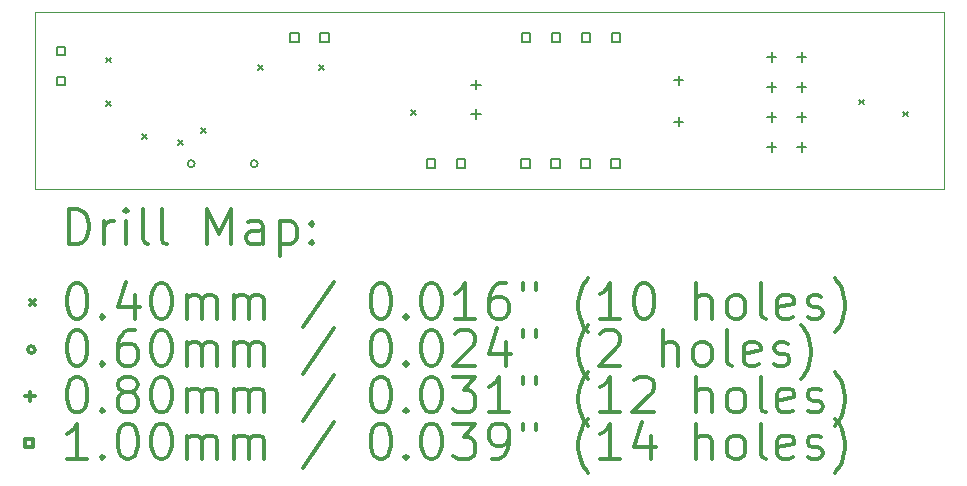
<source format=gbr>
%FSLAX45Y45*%
G04 Gerber Fmt 4.5, Leading zero omitted, Abs format (unit mm)*
G04 Created by KiCad (PCBNEW 5.1.8-5.1.8) date 2022-10-01 18:22:28*
%MOMM*%
%LPD*%
G01*
G04 APERTURE LIST*
%TA.AperFunction,Profile*%
%ADD10C,0.050000*%
%TD*%
%ADD11C,0.200000*%
%ADD12C,0.300000*%
G04 APERTURE END LIST*
D10*
X8191500Y-10896600D02*
X8191500Y-9398000D01*
X15887700Y-10896600D02*
X8191500Y-10896600D01*
X15887700Y-9398000D02*
X15887700Y-10896600D01*
X8191500Y-9398000D02*
X15887700Y-9398000D01*
D11*
X8793800Y-9784400D02*
X8833800Y-9824400D01*
X8833800Y-9784400D02*
X8793800Y-9824400D01*
X8793800Y-10152700D02*
X8833800Y-10192700D01*
X8833800Y-10152700D02*
X8793800Y-10192700D01*
X9098600Y-10432100D02*
X9138600Y-10472100D01*
X9138600Y-10432100D02*
X9098600Y-10472100D01*
X9403400Y-10482900D02*
X9443400Y-10522900D01*
X9443400Y-10482900D02*
X9403400Y-10522900D01*
X9593900Y-10381300D02*
X9633900Y-10421300D01*
X9633900Y-10381300D02*
X9593900Y-10421300D01*
X10076500Y-9847900D02*
X10116500Y-9887900D01*
X10116500Y-9847900D02*
X10076500Y-9887900D01*
X10597200Y-9847900D02*
X10637200Y-9887900D01*
X10637200Y-9847900D02*
X10597200Y-9887900D01*
X11371900Y-10228900D02*
X11411900Y-10268900D01*
X11411900Y-10228900D02*
X11371900Y-10268900D01*
X15169200Y-10140000D02*
X15209200Y-10180000D01*
X15209200Y-10140000D02*
X15169200Y-10180000D01*
X15537500Y-10241600D02*
X15577500Y-10281600D01*
X15577500Y-10241600D02*
X15537500Y-10281600D01*
X9542300Y-10680700D02*
G75*
G03*
X9542300Y-10680700I-30000J0D01*
G01*
X10075700Y-10680700D02*
G75*
G03*
X10075700Y-10680700I-30000J0D01*
G01*
X13639800Y-9935100D02*
X13639800Y-10015100D01*
X13599800Y-9975100D02*
X13679800Y-9975100D01*
X13639800Y-10285100D02*
X13639800Y-10365100D01*
X13599800Y-10325100D02*
X13679800Y-10325100D01*
X14427200Y-9739000D02*
X14427200Y-9819000D01*
X14387200Y-9779000D02*
X14467200Y-9779000D01*
X14427200Y-9993000D02*
X14427200Y-10073000D01*
X14387200Y-10033000D02*
X14467200Y-10033000D01*
X14427200Y-10247000D02*
X14427200Y-10327000D01*
X14387200Y-10287000D02*
X14467200Y-10287000D01*
X14427200Y-10501000D02*
X14427200Y-10581000D01*
X14387200Y-10541000D02*
X14467200Y-10541000D01*
X14681200Y-9739000D02*
X14681200Y-9819000D01*
X14641200Y-9779000D02*
X14721200Y-9779000D01*
X14681200Y-9993000D02*
X14681200Y-10073000D01*
X14641200Y-10033000D02*
X14721200Y-10033000D01*
X14681200Y-10247000D02*
X14681200Y-10327000D01*
X14641200Y-10287000D02*
X14721200Y-10287000D01*
X14681200Y-10501000D02*
X14681200Y-10581000D01*
X14641200Y-10541000D02*
X14721200Y-10541000D01*
X11925300Y-9971600D02*
X11925300Y-10051600D01*
X11885300Y-10011600D02*
X11965300Y-10011600D01*
X11925300Y-10221600D02*
X11925300Y-10301600D01*
X11885300Y-10261600D02*
X11965300Y-10261600D01*
X12379756Y-9649256D02*
X12379756Y-9578544D01*
X12309044Y-9578544D01*
X12309044Y-9649256D01*
X12379756Y-9649256D01*
X12633756Y-9649256D02*
X12633756Y-9578544D01*
X12563044Y-9578544D01*
X12563044Y-9649256D01*
X12633756Y-9649256D01*
X12887756Y-9649256D02*
X12887756Y-9578544D01*
X12817044Y-9578544D01*
X12817044Y-9649256D01*
X12887756Y-9649256D01*
X13141756Y-9649256D02*
X13141756Y-9578544D01*
X13071044Y-9578544D01*
X13071044Y-9649256D01*
X13141756Y-9649256D01*
X8442756Y-9763556D02*
X8442756Y-9692844D01*
X8372044Y-9692844D01*
X8372044Y-9763556D01*
X8442756Y-9763556D01*
X8442756Y-10017556D02*
X8442756Y-9946844D01*
X8372044Y-9946844D01*
X8372044Y-10017556D01*
X8442756Y-10017556D01*
X10421456Y-9649256D02*
X10421456Y-9578544D01*
X10350744Y-9578544D01*
X10350744Y-9649256D01*
X10421456Y-9649256D01*
X10675456Y-9649256D02*
X10675456Y-9578544D01*
X10604744Y-9578544D01*
X10604744Y-9649256D01*
X10675456Y-9649256D01*
X12377256Y-10716056D02*
X12377256Y-10645344D01*
X12306544Y-10645344D01*
X12306544Y-10716056D01*
X12377256Y-10716056D01*
X12631256Y-10716056D02*
X12631256Y-10645344D01*
X12560544Y-10645344D01*
X12560544Y-10716056D01*
X12631256Y-10716056D01*
X12885256Y-10716056D02*
X12885256Y-10645344D01*
X12814544Y-10645344D01*
X12814544Y-10716056D01*
X12885256Y-10716056D01*
X13139256Y-10716056D02*
X13139256Y-10645344D01*
X13068544Y-10645344D01*
X13068544Y-10716056D01*
X13139256Y-10716056D01*
X11579656Y-10716056D02*
X11579656Y-10645344D01*
X11508944Y-10645344D01*
X11508944Y-10716056D01*
X11579656Y-10716056D01*
X11833656Y-10716056D02*
X11833656Y-10645344D01*
X11762944Y-10645344D01*
X11762944Y-10716056D01*
X11833656Y-10716056D01*
D12*
X8475428Y-11364814D02*
X8475428Y-11064814D01*
X8546857Y-11064814D01*
X8589714Y-11079100D01*
X8618286Y-11107672D01*
X8632571Y-11136243D01*
X8646857Y-11193386D01*
X8646857Y-11236243D01*
X8632571Y-11293386D01*
X8618286Y-11321957D01*
X8589714Y-11350529D01*
X8546857Y-11364814D01*
X8475428Y-11364814D01*
X8775428Y-11364814D02*
X8775428Y-11164814D01*
X8775428Y-11221957D02*
X8789714Y-11193386D01*
X8804000Y-11179100D01*
X8832571Y-11164814D01*
X8861143Y-11164814D01*
X8961143Y-11364814D02*
X8961143Y-11164814D01*
X8961143Y-11064814D02*
X8946857Y-11079100D01*
X8961143Y-11093386D01*
X8975428Y-11079100D01*
X8961143Y-11064814D01*
X8961143Y-11093386D01*
X9146857Y-11364814D02*
X9118286Y-11350529D01*
X9104000Y-11321957D01*
X9104000Y-11064814D01*
X9304000Y-11364814D02*
X9275428Y-11350529D01*
X9261143Y-11321957D01*
X9261143Y-11064814D01*
X9646857Y-11364814D02*
X9646857Y-11064814D01*
X9746857Y-11279100D01*
X9846857Y-11064814D01*
X9846857Y-11364814D01*
X10118286Y-11364814D02*
X10118286Y-11207671D01*
X10104000Y-11179100D01*
X10075428Y-11164814D01*
X10018286Y-11164814D01*
X9989714Y-11179100D01*
X10118286Y-11350529D02*
X10089714Y-11364814D01*
X10018286Y-11364814D01*
X9989714Y-11350529D01*
X9975428Y-11321957D01*
X9975428Y-11293386D01*
X9989714Y-11264814D01*
X10018286Y-11250529D01*
X10089714Y-11250529D01*
X10118286Y-11236243D01*
X10261143Y-11164814D02*
X10261143Y-11464814D01*
X10261143Y-11179100D02*
X10289714Y-11164814D01*
X10346857Y-11164814D01*
X10375428Y-11179100D01*
X10389714Y-11193386D01*
X10404000Y-11221957D01*
X10404000Y-11307671D01*
X10389714Y-11336243D01*
X10375428Y-11350529D01*
X10346857Y-11364814D01*
X10289714Y-11364814D01*
X10261143Y-11350529D01*
X10532571Y-11336243D02*
X10546857Y-11350529D01*
X10532571Y-11364814D01*
X10518286Y-11350529D01*
X10532571Y-11336243D01*
X10532571Y-11364814D01*
X10532571Y-11179100D02*
X10546857Y-11193386D01*
X10532571Y-11207671D01*
X10518286Y-11193386D01*
X10532571Y-11179100D01*
X10532571Y-11207671D01*
X8149000Y-11839100D02*
X8189000Y-11879100D01*
X8189000Y-11839100D02*
X8149000Y-11879100D01*
X8532571Y-11694814D02*
X8561143Y-11694814D01*
X8589714Y-11709100D01*
X8604000Y-11723386D01*
X8618286Y-11751957D01*
X8632571Y-11809100D01*
X8632571Y-11880529D01*
X8618286Y-11937671D01*
X8604000Y-11966243D01*
X8589714Y-11980529D01*
X8561143Y-11994814D01*
X8532571Y-11994814D01*
X8504000Y-11980529D01*
X8489714Y-11966243D01*
X8475428Y-11937671D01*
X8461143Y-11880529D01*
X8461143Y-11809100D01*
X8475428Y-11751957D01*
X8489714Y-11723386D01*
X8504000Y-11709100D01*
X8532571Y-11694814D01*
X8761143Y-11966243D02*
X8775428Y-11980529D01*
X8761143Y-11994814D01*
X8746857Y-11980529D01*
X8761143Y-11966243D01*
X8761143Y-11994814D01*
X9032571Y-11794814D02*
X9032571Y-11994814D01*
X8961143Y-11680529D02*
X8889714Y-11894814D01*
X9075428Y-11894814D01*
X9246857Y-11694814D02*
X9275428Y-11694814D01*
X9304000Y-11709100D01*
X9318286Y-11723386D01*
X9332571Y-11751957D01*
X9346857Y-11809100D01*
X9346857Y-11880529D01*
X9332571Y-11937671D01*
X9318286Y-11966243D01*
X9304000Y-11980529D01*
X9275428Y-11994814D01*
X9246857Y-11994814D01*
X9218286Y-11980529D01*
X9204000Y-11966243D01*
X9189714Y-11937671D01*
X9175428Y-11880529D01*
X9175428Y-11809100D01*
X9189714Y-11751957D01*
X9204000Y-11723386D01*
X9218286Y-11709100D01*
X9246857Y-11694814D01*
X9475428Y-11994814D02*
X9475428Y-11794814D01*
X9475428Y-11823386D02*
X9489714Y-11809100D01*
X9518286Y-11794814D01*
X9561143Y-11794814D01*
X9589714Y-11809100D01*
X9604000Y-11837671D01*
X9604000Y-11994814D01*
X9604000Y-11837671D02*
X9618286Y-11809100D01*
X9646857Y-11794814D01*
X9689714Y-11794814D01*
X9718286Y-11809100D01*
X9732571Y-11837671D01*
X9732571Y-11994814D01*
X9875428Y-11994814D02*
X9875428Y-11794814D01*
X9875428Y-11823386D02*
X9889714Y-11809100D01*
X9918286Y-11794814D01*
X9961143Y-11794814D01*
X9989714Y-11809100D01*
X10004000Y-11837671D01*
X10004000Y-11994814D01*
X10004000Y-11837671D02*
X10018286Y-11809100D01*
X10046857Y-11794814D01*
X10089714Y-11794814D01*
X10118286Y-11809100D01*
X10132571Y-11837671D01*
X10132571Y-11994814D01*
X10718286Y-11680529D02*
X10461143Y-12066243D01*
X11104000Y-11694814D02*
X11132571Y-11694814D01*
X11161143Y-11709100D01*
X11175428Y-11723386D01*
X11189714Y-11751957D01*
X11204000Y-11809100D01*
X11204000Y-11880529D01*
X11189714Y-11937671D01*
X11175428Y-11966243D01*
X11161143Y-11980529D01*
X11132571Y-11994814D01*
X11104000Y-11994814D01*
X11075428Y-11980529D01*
X11061143Y-11966243D01*
X11046857Y-11937671D01*
X11032571Y-11880529D01*
X11032571Y-11809100D01*
X11046857Y-11751957D01*
X11061143Y-11723386D01*
X11075428Y-11709100D01*
X11104000Y-11694814D01*
X11332571Y-11966243D02*
X11346857Y-11980529D01*
X11332571Y-11994814D01*
X11318286Y-11980529D01*
X11332571Y-11966243D01*
X11332571Y-11994814D01*
X11532571Y-11694814D02*
X11561143Y-11694814D01*
X11589714Y-11709100D01*
X11604000Y-11723386D01*
X11618286Y-11751957D01*
X11632571Y-11809100D01*
X11632571Y-11880529D01*
X11618286Y-11937671D01*
X11604000Y-11966243D01*
X11589714Y-11980529D01*
X11561143Y-11994814D01*
X11532571Y-11994814D01*
X11504000Y-11980529D01*
X11489714Y-11966243D01*
X11475428Y-11937671D01*
X11461143Y-11880529D01*
X11461143Y-11809100D01*
X11475428Y-11751957D01*
X11489714Y-11723386D01*
X11504000Y-11709100D01*
X11532571Y-11694814D01*
X11918286Y-11994814D02*
X11746857Y-11994814D01*
X11832571Y-11994814D02*
X11832571Y-11694814D01*
X11804000Y-11737671D01*
X11775428Y-11766243D01*
X11746857Y-11780529D01*
X12175428Y-11694814D02*
X12118286Y-11694814D01*
X12089714Y-11709100D01*
X12075428Y-11723386D01*
X12046857Y-11766243D01*
X12032571Y-11823386D01*
X12032571Y-11937671D01*
X12046857Y-11966243D01*
X12061143Y-11980529D01*
X12089714Y-11994814D01*
X12146857Y-11994814D01*
X12175428Y-11980529D01*
X12189714Y-11966243D01*
X12204000Y-11937671D01*
X12204000Y-11866243D01*
X12189714Y-11837671D01*
X12175428Y-11823386D01*
X12146857Y-11809100D01*
X12089714Y-11809100D01*
X12061143Y-11823386D01*
X12046857Y-11837671D01*
X12032571Y-11866243D01*
X12318286Y-11694814D02*
X12318286Y-11751957D01*
X12432571Y-11694814D02*
X12432571Y-11751957D01*
X12875428Y-12109100D02*
X12861143Y-12094814D01*
X12832571Y-12051957D01*
X12818286Y-12023386D01*
X12804000Y-11980529D01*
X12789714Y-11909100D01*
X12789714Y-11851957D01*
X12804000Y-11780529D01*
X12818286Y-11737671D01*
X12832571Y-11709100D01*
X12861143Y-11666243D01*
X12875428Y-11651957D01*
X13146857Y-11994814D02*
X12975428Y-11994814D01*
X13061143Y-11994814D02*
X13061143Y-11694814D01*
X13032571Y-11737671D01*
X13004000Y-11766243D01*
X12975428Y-11780529D01*
X13332571Y-11694814D02*
X13361143Y-11694814D01*
X13389714Y-11709100D01*
X13404000Y-11723386D01*
X13418286Y-11751957D01*
X13432571Y-11809100D01*
X13432571Y-11880529D01*
X13418286Y-11937671D01*
X13404000Y-11966243D01*
X13389714Y-11980529D01*
X13361143Y-11994814D01*
X13332571Y-11994814D01*
X13304000Y-11980529D01*
X13289714Y-11966243D01*
X13275428Y-11937671D01*
X13261143Y-11880529D01*
X13261143Y-11809100D01*
X13275428Y-11751957D01*
X13289714Y-11723386D01*
X13304000Y-11709100D01*
X13332571Y-11694814D01*
X13789714Y-11994814D02*
X13789714Y-11694814D01*
X13918286Y-11994814D02*
X13918286Y-11837671D01*
X13904000Y-11809100D01*
X13875428Y-11794814D01*
X13832571Y-11794814D01*
X13804000Y-11809100D01*
X13789714Y-11823386D01*
X14104000Y-11994814D02*
X14075428Y-11980529D01*
X14061143Y-11966243D01*
X14046857Y-11937671D01*
X14046857Y-11851957D01*
X14061143Y-11823386D01*
X14075428Y-11809100D01*
X14104000Y-11794814D01*
X14146857Y-11794814D01*
X14175428Y-11809100D01*
X14189714Y-11823386D01*
X14204000Y-11851957D01*
X14204000Y-11937671D01*
X14189714Y-11966243D01*
X14175428Y-11980529D01*
X14146857Y-11994814D01*
X14104000Y-11994814D01*
X14375428Y-11994814D02*
X14346857Y-11980529D01*
X14332571Y-11951957D01*
X14332571Y-11694814D01*
X14604000Y-11980529D02*
X14575428Y-11994814D01*
X14518286Y-11994814D01*
X14489714Y-11980529D01*
X14475428Y-11951957D01*
X14475428Y-11837671D01*
X14489714Y-11809100D01*
X14518286Y-11794814D01*
X14575428Y-11794814D01*
X14604000Y-11809100D01*
X14618286Y-11837671D01*
X14618286Y-11866243D01*
X14475428Y-11894814D01*
X14732571Y-11980529D02*
X14761143Y-11994814D01*
X14818286Y-11994814D01*
X14846857Y-11980529D01*
X14861143Y-11951957D01*
X14861143Y-11937671D01*
X14846857Y-11909100D01*
X14818286Y-11894814D01*
X14775428Y-11894814D01*
X14746857Y-11880529D01*
X14732571Y-11851957D01*
X14732571Y-11837671D01*
X14746857Y-11809100D01*
X14775428Y-11794814D01*
X14818286Y-11794814D01*
X14846857Y-11809100D01*
X14961143Y-12109100D02*
X14975428Y-12094814D01*
X15004000Y-12051957D01*
X15018286Y-12023386D01*
X15032571Y-11980529D01*
X15046857Y-11909100D01*
X15046857Y-11851957D01*
X15032571Y-11780529D01*
X15018286Y-11737671D01*
X15004000Y-11709100D01*
X14975428Y-11666243D01*
X14961143Y-11651957D01*
X8189000Y-12255100D02*
G75*
G03*
X8189000Y-12255100I-30000J0D01*
G01*
X8532571Y-12090814D02*
X8561143Y-12090814D01*
X8589714Y-12105100D01*
X8604000Y-12119386D01*
X8618286Y-12147957D01*
X8632571Y-12205100D01*
X8632571Y-12276529D01*
X8618286Y-12333671D01*
X8604000Y-12362243D01*
X8589714Y-12376529D01*
X8561143Y-12390814D01*
X8532571Y-12390814D01*
X8504000Y-12376529D01*
X8489714Y-12362243D01*
X8475428Y-12333671D01*
X8461143Y-12276529D01*
X8461143Y-12205100D01*
X8475428Y-12147957D01*
X8489714Y-12119386D01*
X8504000Y-12105100D01*
X8532571Y-12090814D01*
X8761143Y-12362243D02*
X8775428Y-12376529D01*
X8761143Y-12390814D01*
X8746857Y-12376529D01*
X8761143Y-12362243D01*
X8761143Y-12390814D01*
X9032571Y-12090814D02*
X8975428Y-12090814D01*
X8946857Y-12105100D01*
X8932571Y-12119386D01*
X8904000Y-12162243D01*
X8889714Y-12219386D01*
X8889714Y-12333671D01*
X8904000Y-12362243D01*
X8918286Y-12376529D01*
X8946857Y-12390814D01*
X9004000Y-12390814D01*
X9032571Y-12376529D01*
X9046857Y-12362243D01*
X9061143Y-12333671D01*
X9061143Y-12262243D01*
X9046857Y-12233671D01*
X9032571Y-12219386D01*
X9004000Y-12205100D01*
X8946857Y-12205100D01*
X8918286Y-12219386D01*
X8904000Y-12233671D01*
X8889714Y-12262243D01*
X9246857Y-12090814D02*
X9275428Y-12090814D01*
X9304000Y-12105100D01*
X9318286Y-12119386D01*
X9332571Y-12147957D01*
X9346857Y-12205100D01*
X9346857Y-12276529D01*
X9332571Y-12333671D01*
X9318286Y-12362243D01*
X9304000Y-12376529D01*
X9275428Y-12390814D01*
X9246857Y-12390814D01*
X9218286Y-12376529D01*
X9204000Y-12362243D01*
X9189714Y-12333671D01*
X9175428Y-12276529D01*
X9175428Y-12205100D01*
X9189714Y-12147957D01*
X9204000Y-12119386D01*
X9218286Y-12105100D01*
X9246857Y-12090814D01*
X9475428Y-12390814D02*
X9475428Y-12190814D01*
X9475428Y-12219386D02*
X9489714Y-12205100D01*
X9518286Y-12190814D01*
X9561143Y-12190814D01*
X9589714Y-12205100D01*
X9604000Y-12233671D01*
X9604000Y-12390814D01*
X9604000Y-12233671D02*
X9618286Y-12205100D01*
X9646857Y-12190814D01*
X9689714Y-12190814D01*
X9718286Y-12205100D01*
X9732571Y-12233671D01*
X9732571Y-12390814D01*
X9875428Y-12390814D02*
X9875428Y-12190814D01*
X9875428Y-12219386D02*
X9889714Y-12205100D01*
X9918286Y-12190814D01*
X9961143Y-12190814D01*
X9989714Y-12205100D01*
X10004000Y-12233671D01*
X10004000Y-12390814D01*
X10004000Y-12233671D02*
X10018286Y-12205100D01*
X10046857Y-12190814D01*
X10089714Y-12190814D01*
X10118286Y-12205100D01*
X10132571Y-12233671D01*
X10132571Y-12390814D01*
X10718286Y-12076529D02*
X10461143Y-12462243D01*
X11104000Y-12090814D02*
X11132571Y-12090814D01*
X11161143Y-12105100D01*
X11175428Y-12119386D01*
X11189714Y-12147957D01*
X11204000Y-12205100D01*
X11204000Y-12276529D01*
X11189714Y-12333671D01*
X11175428Y-12362243D01*
X11161143Y-12376529D01*
X11132571Y-12390814D01*
X11104000Y-12390814D01*
X11075428Y-12376529D01*
X11061143Y-12362243D01*
X11046857Y-12333671D01*
X11032571Y-12276529D01*
X11032571Y-12205100D01*
X11046857Y-12147957D01*
X11061143Y-12119386D01*
X11075428Y-12105100D01*
X11104000Y-12090814D01*
X11332571Y-12362243D02*
X11346857Y-12376529D01*
X11332571Y-12390814D01*
X11318286Y-12376529D01*
X11332571Y-12362243D01*
X11332571Y-12390814D01*
X11532571Y-12090814D02*
X11561143Y-12090814D01*
X11589714Y-12105100D01*
X11604000Y-12119386D01*
X11618286Y-12147957D01*
X11632571Y-12205100D01*
X11632571Y-12276529D01*
X11618286Y-12333671D01*
X11604000Y-12362243D01*
X11589714Y-12376529D01*
X11561143Y-12390814D01*
X11532571Y-12390814D01*
X11504000Y-12376529D01*
X11489714Y-12362243D01*
X11475428Y-12333671D01*
X11461143Y-12276529D01*
X11461143Y-12205100D01*
X11475428Y-12147957D01*
X11489714Y-12119386D01*
X11504000Y-12105100D01*
X11532571Y-12090814D01*
X11746857Y-12119386D02*
X11761143Y-12105100D01*
X11789714Y-12090814D01*
X11861143Y-12090814D01*
X11889714Y-12105100D01*
X11904000Y-12119386D01*
X11918286Y-12147957D01*
X11918286Y-12176529D01*
X11904000Y-12219386D01*
X11732571Y-12390814D01*
X11918286Y-12390814D01*
X12175428Y-12190814D02*
X12175428Y-12390814D01*
X12104000Y-12076529D02*
X12032571Y-12290814D01*
X12218286Y-12290814D01*
X12318286Y-12090814D02*
X12318286Y-12147957D01*
X12432571Y-12090814D02*
X12432571Y-12147957D01*
X12875428Y-12505100D02*
X12861143Y-12490814D01*
X12832571Y-12447957D01*
X12818286Y-12419386D01*
X12804000Y-12376529D01*
X12789714Y-12305100D01*
X12789714Y-12247957D01*
X12804000Y-12176529D01*
X12818286Y-12133671D01*
X12832571Y-12105100D01*
X12861143Y-12062243D01*
X12875428Y-12047957D01*
X12975428Y-12119386D02*
X12989714Y-12105100D01*
X13018286Y-12090814D01*
X13089714Y-12090814D01*
X13118286Y-12105100D01*
X13132571Y-12119386D01*
X13146857Y-12147957D01*
X13146857Y-12176529D01*
X13132571Y-12219386D01*
X12961143Y-12390814D01*
X13146857Y-12390814D01*
X13504000Y-12390814D02*
X13504000Y-12090814D01*
X13632571Y-12390814D02*
X13632571Y-12233671D01*
X13618286Y-12205100D01*
X13589714Y-12190814D01*
X13546857Y-12190814D01*
X13518286Y-12205100D01*
X13504000Y-12219386D01*
X13818286Y-12390814D02*
X13789714Y-12376529D01*
X13775428Y-12362243D01*
X13761143Y-12333671D01*
X13761143Y-12247957D01*
X13775428Y-12219386D01*
X13789714Y-12205100D01*
X13818286Y-12190814D01*
X13861143Y-12190814D01*
X13889714Y-12205100D01*
X13904000Y-12219386D01*
X13918286Y-12247957D01*
X13918286Y-12333671D01*
X13904000Y-12362243D01*
X13889714Y-12376529D01*
X13861143Y-12390814D01*
X13818286Y-12390814D01*
X14089714Y-12390814D02*
X14061143Y-12376529D01*
X14046857Y-12347957D01*
X14046857Y-12090814D01*
X14318286Y-12376529D02*
X14289714Y-12390814D01*
X14232571Y-12390814D01*
X14204000Y-12376529D01*
X14189714Y-12347957D01*
X14189714Y-12233671D01*
X14204000Y-12205100D01*
X14232571Y-12190814D01*
X14289714Y-12190814D01*
X14318286Y-12205100D01*
X14332571Y-12233671D01*
X14332571Y-12262243D01*
X14189714Y-12290814D01*
X14446857Y-12376529D02*
X14475428Y-12390814D01*
X14532571Y-12390814D01*
X14561143Y-12376529D01*
X14575428Y-12347957D01*
X14575428Y-12333671D01*
X14561143Y-12305100D01*
X14532571Y-12290814D01*
X14489714Y-12290814D01*
X14461143Y-12276529D01*
X14446857Y-12247957D01*
X14446857Y-12233671D01*
X14461143Y-12205100D01*
X14489714Y-12190814D01*
X14532571Y-12190814D01*
X14561143Y-12205100D01*
X14675428Y-12505100D02*
X14689714Y-12490814D01*
X14718286Y-12447957D01*
X14732571Y-12419386D01*
X14746857Y-12376529D01*
X14761143Y-12305100D01*
X14761143Y-12247957D01*
X14746857Y-12176529D01*
X14732571Y-12133671D01*
X14718286Y-12105100D01*
X14689714Y-12062243D01*
X14675428Y-12047957D01*
X8149000Y-12611100D02*
X8149000Y-12691100D01*
X8109000Y-12651100D02*
X8189000Y-12651100D01*
X8532571Y-12486814D02*
X8561143Y-12486814D01*
X8589714Y-12501100D01*
X8604000Y-12515386D01*
X8618286Y-12543957D01*
X8632571Y-12601100D01*
X8632571Y-12672529D01*
X8618286Y-12729671D01*
X8604000Y-12758243D01*
X8589714Y-12772529D01*
X8561143Y-12786814D01*
X8532571Y-12786814D01*
X8504000Y-12772529D01*
X8489714Y-12758243D01*
X8475428Y-12729671D01*
X8461143Y-12672529D01*
X8461143Y-12601100D01*
X8475428Y-12543957D01*
X8489714Y-12515386D01*
X8504000Y-12501100D01*
X8532571Y-12486814D01*
X8761143Y-12758243D02*
X8775428Y-12772529D01*
X8761143Y-12786814D01*
X8746857Y-12772529D01*
X8761143Y-12758243D01*
X8761143Y-12786814D01*
X8946857Y-12615386D02*
X8918286Y-12601100D01*
X8904000Y-12586814D01*
X8889714Y-12558243D01*
X8889714Y-12543957D01*
X8904000Y-12515386D01*
X8918286Y-12501100D01*
X8946857Y-12486814D01*
X9004000Y-12486814D01*
X9032571Y-12501100D01*
X9046857Y-12515386D01*
X9061143Y-12543957D01*
X9061143Y-12558243D01*
X9046857Y-12586814D01*
X9032571Y-12601100D01*
X9004000Y-12615386D01*
X8946857Y-12615386D01*
X8918286Y-12629671D01*
X8904000Y-12643957D01*
X8889714Y-12672529D01*
X8889714Y-12729671D01*
X8904000Y-12758243D01*
X8918286Y-12772529D01*
X8946857Y-12786814D01*
X9004000Y-12786814D01*
X9032571Y-12772529D01*
X9046857Y-12758243D01*
X9061143Y-12729671D01*
X9061143Y-12672529D01*
X9046857Y-12643957D01*
X9032571Y-12629671D01*
X9004000Y-12615386D01*
X9246857Y-12486814D02*
X9275428Y-12486814D01*
X9304000Y-12501100D01*
X9318286Y-12515386D01*
X9332571Y-12543957D01*
X9346857Y-12601100D01*
X9346857Y-12672529D01*
X9332571Y-12729671D01*
X9318286Y-12758243D01*
X9304000Y-12772529D01*
X9275428Y-12786814D01*
X9246857Y-12786814D01*
X9218286Y-12772529D01*
X9204000Y-12758243D01*
X9189714Y-12729671D01*
X9175428Y-12672529D01*
X9175428Y-12601100D01*
X9189714Y-12543957D01*
X9204000Y-12515386D01*
X9218286Y-12501100D01*
X9246857Y-12486814D01*
X9475428Y-12786814D02*
X9475428Y-12586814D01*
X9475428Y-12615386D02*
X9489714Y-12601100D01*
X9518286Y-12586814D01*
X9561143Y-12586814D01*
X9589714Y-12601100D01*
X9604000Y-12629671D01*
X9604000Y-12786814D01*
X9604000Y-12629671D02*
X9618286Y-12601100D01*
X9646857Y-12586814D01*
X9689714Y-12586814D01*
X9718286Y-12601100D01*
X9732571Y-12629671D01*
X9732571Y-12786814D01*
X9875428Y-12786814D02*
X9875428Y-12586814D01*
X9875428Y-12615386D02*
X9889714Y-12601100D01*
X9918286Y-12586814D01*
X9961143Y-12586814D01*
X9989714Y-12601100D01*
X10004000Y-12629671D01*
X10004000Y-12786814D01*
X10004000Y-12629671D02*
X10018286Y-12601100D01*
X10046857Y-12586814D01*
X10089714Y-12586814D01*
X10118286Y-12601100D01*
X10132571Y-12629671D01*
X10132571Y-12786814D01*
X10718286Y-12472529D02*
X10461143Y-12858243D01*
X11104000Y-12486814D02*
X11132571Y-12486814D01*
X11161143Y-12501100D01*
X11175428Y-12515386D01*
X11189714Y-12543957D01*
X11204000Y-12601100D01*
X11204000Y-12672529D01*
X11189714Y-12729671D01*
X11175428Y-12758243D01*
X11161143Y-12772529D01*
X11132571Y-12786814D01*
X11104000Y-12786814D01*
X11075428Y-12772529D01*
X11061143Y-12758243D01*
X11046857Y-12729671D01*
X11032571Y-12672529D01*
X11032571Y-12601100D01*
X11046857Y-12543957D01*
X11061143Y-12515386D01*
X11075428Y-12501100D01*
X11104000Y-12486814D01*
X11332571Y-12758243D02*
X11346857Y-12772529D01*
X11332571Y-12786814D01*
X11318286Y-12772529D01*
X11332571Y-12758243D01*
X11332571Y-12786814D01*
X11532571Y-12486814D02*
X11561143Y-12486814D01*
X11589714Y-12501100D01*
X11604000Y-12515386D01*
X11618286Y-12543957D01*
X11632571Y-12601100D01*
X11632571Y-12672529D01*
X11618286Y-12729671D01*
X11604000Y-12758243D01*
X11589714Y-12772529D01*
X11561143Y-12786814D01*
X11532571Y-12786814D01*
X11504000Y-12772529D01*
X11489714Y-12758243D01*
X11475428Y-12729671D01*
X11461143Y-12672529D01*
X11461143Y-12601100D01*
X11475428Y-12543957D01*
X11489714Y-12515386D01*
X11504000Y-12501100D01*
X11532571Y-12486814D01*
X11732571Y-12486814D02*
X11918286Y-12486814D01*
X11818286Y-12601100D01*
X11861143Y-12601100D01*
X11889714Y-12615386D01*
X11904000Y-12629671D01*
X11918286Y-12658243D01*
X11918286Y-12729671D01*
X11904000Y-12758243D01*
X11889714Y-12772529D01*
X11861143Y-12786814D01*
X11775428Y-12786814D01*
X11746857Y-12772529D01*
X11732571Y-12758243D01*
X12204000Y-12786814D02*
X12032571Y-12786814D01*
X12118286Y-12786814D02*
X12118286Y-12486814D01*
X12089714Y-12529671D01*
X12061143Y-12558243D01*
X12032571Y-12572529D01*
X12318286Y-12486814D02*
X12318286Y-12543957D01*
X12432571Y-12486814D02*
X12432571Y-12543957D01*
X12875428Y-12901100D02*
X12861143Y-12886814D01*
X12832571Y-12843957D01*
X12818286Y-12815386D01*
X12804000Y-12772529D01*
X12789714Y-12701100D01*
X12789714Y-12643957D01*
X12804000Y-12572529D01*
X12818286Y-12529671D01*
X12832571Y-12501100D01*
X12861143Y-12458243D01*
X12875428Y-12443957D01*
X13146857Y-12786814D02*
X12975428Y-12786814D01*
X13061143Y-12786814D02*
X13061143Y-12486814D01*
X13032571Y-12529671D01*
X13004000Y-12558243D01*
X12975428Y-12572529D01*
X13261143Y-12515386D02*
X13275428Y-12501100D01*
X13304000Y-12486814D01*
X13375428Y-12486814D01*
X13404000Y-12501100D01*
X13418286Y-12515386D01*
X13432571Y-12543957D01*
X13432571Y-12572529D01*
X13418286Y-12615386D01*
X13246857Y-12786814D01*
X13432571Y-12786814D01*
X13789714Y-12786814D02*
X13789714Y-12486814D01*
X13918286Y-12786814D02*
X13918286Y-12629671D01*
X13904000Y-12601100D01*
X13875428Y-12586814D01*
X13832571Y-12586814D01*
X13804000Y-12601100D01*
X13789714Y-12615386D01*
X14104000Y-12786814D02*
X14075428Y-12772529D01*
X14061143Y-12758243D01*
X14046857Y-12729671D01*
X14046857Y-12643957D01*
X14061143Y-12615386D01*
X14075428Y-12601100D01*
X14104000Y-12586814D01*
X14146857Y-12586814D01*
X14175428Y-12601100D01*
X14189714Y-12615386D01*
X14204000Y-12643957D01*
X14204000Y-12729671D01*
X14189714Y-12758243D01*
X14175428Y-12772529D01*
X14146857Y-12786814D01*
X14104000Y-12786814D01*
X14375428Y-12786814D02*
X14346857Y-12772529D01*
X14332571Y-12743957D01*
X14332571Y-12486814D01*
X14604000Y-12772529D02*
X14575428Y-12786814D01*
X14518286Y-12786814D01*
X14489714Y-12772529D01*
X14475428Y-12743957D01*
X14475428Y-12629671D01*
X14489714Y-12601100D01*
X14518286Y-12586814D01*
X14575428Y-12586814D01*
X14604000Y-12601100D01*
X14618286Y-12629671D01*
X14618286Y-12658243D01*
X14475428Y-12686814D01*
X14732571Y-12772529D02*
X14761143Y-12786814D01*
X14818286Y-12786814D01*
X14846857Y-12772529D01*
X14861143Y-12743957D01*
X14861143Y-12729671D01*
X14846857Y-12701100D01*
X14818286Y-12686814D01*
X14775428Y-12686814D01*
X14746857Y-12672529D01*
X14732571Y-12643957D01*
X14732571Y-12629671D01*
X14746857Y-12601100D01*
X14775428Y-12586814D01*
X14818286Y-12586814D01*
X14846857Y-12601100D01*
X14961143Y-12901100D02*
X14975428Y-12886814D01*
X15004000Y-12843957D01*
X15018286Y-12815386D01*
X15032571Y-12772529D01*
X15046857Y-12701100D01*
X15046857Y-12643957D01*
X15032571Y-12572529D01*
X15018286Y-12529671D01*
X15004000Y-12501100D01*
X14975428Y-12458243D01*
X14961143Y-12443957D01*
X8174356Y-13082456D02*
X8174356Y-13011744D01*
X8103644Y-13011744D01*
X8103644Y-13082456D01*
X8174356Y-13082456D01*
X8632571Y-13182814D02*
X8461143Y-13182814D01*
X8546857Y-13182814D02*
X8546857Y-12882814D01*
X8518286Y-12925671D01*
X8489714Y-12954243D01*
X8461143Y-12968529D01*
X8761143Y-13154243D02*
X8775428Y-13168529D01*
X8761143Y-13182814D01*
X8746857Y-13168529D01*
X8761143Y-13154243D01*
X8761143Y-13182814D01*
X8961143Y-12882814D02*
X8989714Y-12882814D01*
X9018286Y-12897100D01*
X9032571Y-12911386D01*
X9046857Y-12939957D01*
X9061143Y-12997100D01*
X9061143Y-13068529D01*
X9046857Y-13125671D01*
X9032571Y-13154243D01*
X9018286Y-13168529D01*
X8989714Y-13182814D01*
X8961143Y-13182814D01*
X8932571Y-13168529D01*
X8918286Y-13154243D01*
X8904000Y-13125671D01*
X8889714Y-13068529D01*
X8889714Y-12997100D01*
X8904000Y-12939957D01*
X8918286Y-12911386D01*
X8932571Y-12897100D01*
X8961143Y-12882814D01*
X9246857Y-12882814D02*
X9275428Y-12882814D01*
X9304000Y-12897100D01*
X9318286Y-12911386D01*
X9332571Y-12939957D01*
X9346857Y-12997100D01*
X9346857Y-13068529D01*
X9332571Y-13125671D01*
X9318286Y-13154243D01*
X9304000Y-13168529D01*
X9275428Y-13182814D01*
X9246857Y-13182814D01*
X9218286Y-13168529D01*
X9204000Y-13154243D01*
X9189714Y-13125671D01*
X9175428Y-13068529D01*
X9175428Y-12997100D01*
X9189714Y-12939957D01*
X9204000Y-12911386D01*
X9218286Y-12897100D01*
X9246857Y-12882814D01*
X9475428Y-13182814D02*
X9475428Y-12982814D01*
X9475428Y-13011386D02*
X9489714Y-12997100D01*
X9518286Y-12982814D01*
X9561143Y-12982814D01*
X9589714Y-12997100D01*
X9604000Y-13025671D01*
X9604000Y-13182814D01*
X9604000Y-13025671D02*
X9618286Y-12997100D01*
X9646857Y-12982814D01*
X9689714Y-12982814D01*
X9718286Y-12997100D01*
X9732571Y-13025671D01*
X9732571Y-13182814D01*
X9875428Y-13182814D02*
X9875428Y-12982814D01*
X9875428Y-13011386D02*
X9889714Y-12997100D01*
X9918286Y-12982814D01*
X9961143Y-12982814D01*
X9989714Y-12997100D01*
X10004000Y-13025671D01*
X10004000Y-13182814D01*
X10004000Y-13025671D02*
X10018286Y-12997100D01*
X10046857Y-12982814D01*
X10089714Y-12982814D01*
X10118286Y-12997100D01*
X10132571Y-13025671D01*
X10132571Y-13182814D01*
X10718286Y-12868529D02*
X10461143Y-13254243D01*
X11104000Y-12882814D02*
X11132571Y-12882814D01*
X11161143Y-12897100D01*
X11175428Y-12911386D01*
X11189714Y-12939957D01*
X11204000Y-12997100D01*
X11204000Y-13068529D01*
X11189714Y-13125671D01*
X11175428Y-13154243D01*
X11161143Y-13168529D01*
X11132571Y-13182814D01*
X11104000Y-13182814D01*
X11075428Y-13168529D01*
X11061143Y-13154243D01*
X11046857Y-13125671D01*
X11032571Y-13068529D01*
X11032571Y-12997100D01*
X11046857Y-12939957D01*
X11061143Y-12911386D01*
X11075428Y-12897100D01*
X11104000Y-12882814D01*
X11332571Y-13154243D02*
X11346857Y-13168529D01*
X11332571Y-13182814D01*
X11318286Y-13168529D01*
X11332571Y-13154243D01*
X11332571Y-13182814D01*
X11532571Y-12882814D02*
X11561143Y-12882814D01*
X11589714Y-12897100D01*
X11604000Y-12911386D01*
X11618286Y-12939957D01*
X11632571Y-12997100D01*
X11632571Y-13068529D01*
X11618286Y-13125671D01*
X11604000Y-13154243D01*
X11589714Y-13168529D01*
X11561143Y-13182814D01*
X11532571Y-13182814D01*
X11504000Y-13168529D01*
X11489714Y-13154243D01*
X11475428Y-13125671D01*
X11461143Y-13068529D01*
X11461143Y-12997100D01*
X11475428Y-12939957D01*
X11489714Y-12911386D01*
X11504000Y-12897100D01*
X11532571Y-12882814D01*
X11732571Y-12882814D02*
X11918286Y-12882814D01*
X11818286Y-12997100D01*
X11861143Y-12997100D01*
X11889714Y-13011386D01*
X11904000Y-13025671D01*
X11918286Y-13054243D01*
X11918286Y-13125671D01*
X11904000Y-13154243D01*
X11889714Y-13168529D01*
X11861143Y-13182814D01*
X11775428Y-13182814D01*
X11746857Y-13168529D01*
X11732571Y-13154243D01*
X12061143Y-13182814D02*
X12118286Y-13182814D01*
X12146857Y-13168529D01*
X12161143Y-13154243D01*
X12189714Y-13111386D01*
X12204000Y-13054243D01*
X12204000Y-12939957D01*
X12189714Y-12911386D01*
X12175428Y-12897100D01*
X12146857Y-12882814D01*
X12089714Y-12882814D01*
X12061143Y-12897100D01*
X12046857Y-12911386D01*
X12032571Y-12939957D01*
X12032571Y-13011386D01*
X12046857Y-13039957D01*
X12061143Y-13054243D01*
X12089714Y-13068529D01*
X12146857Y-13068529D01*
X12175428Y-13054243D01*
X12189714Y-13039957D01*
X12204000Y-13011386D01*
X12318286Y-12882814D02*
X12318286Y-12939957D01*
X12432571Y-12882814D02*
X12432571Y-12939957D01*
X12875428Y-13297100D02*
X12861143Y-13282814D01*
X12832571Y-13239957D01*
X12818286Y-13211386D01*
X12804000Y-13168529D01*
X12789714Y-13097100D01*
X12789714Y-13039957D01*
X12804000Y-12968529D01*
X12818286Y-12925671D01*
X12832571Y-12897100D01*
X12861143Y-12854243D01*
X12875428Y-12839957D01*
X13146857Y-13182814D02*
X12975428Y-13182814D01*
X13061143Y-13182814D02*
X13061143Y-12882814D01*
X13032571Y-12925671D01*
X13004000Y-12954243D01*
X12975428Y-12968529D01*
X13404000Y-12982814D02*
X13404000Y-13182814D01*
X13332571Y-12868529D02*
X13261143Y-13082814D01*
X13446857Y-13082814D01*
X13789714Y-13182814D02*
X13789714Y-12882814D01*
X13918286Y-13182814D02*
X13918286Y-13025671D01*
X13904000Y-12997100D01*
X13875428Y-12982814D01*
X13832571Y-12982814D01*
X13804000Y-12997100D01*
X13789714Y-13011386D01*
X14104000Y-13182814D02*
X14075428Y-13168529D01*
X14061143Y-13154243D01*
X14046857Y-13125671D01*
X14046857Y-13039957D01*
X14061143Y-13011386D01*
X14075428Y-12997100D01*
X14104000Y-12982814D01*
X14146857Y-12982814D01*
X14175428Y-12997100D01*
X14189714Y-13011386D01*
X14204000Y-13039957D01*
X14204000Y-13125671D01*
X14189714Y-13154243D01*
X14175428Y-13168529D01*
X14146857Y-13182814D01*
X14104000Y-13182814D01*
X14375428Y-13182814D02*
X14346857Y-13168529D01*
X14332571Y-13139957D01*
X14332571Y-12882814D01*
X14604000Y-13168529D02*
X14575428Y-13182814D01*
X14518286Y-13182814D01*
X14489714Y-13168529D01*
X14475428Y-13139957D01*
X14475428Y-13025671D01*
X14489714Y-12997100D01*
X14518286Y-12982814D01*
X14575428Y-12982814D01*
X14604000Y-12997100D01*
X14618286Y-13025671D01*
X14618286Y-13054243D01*
X14475428Y-13082814D01*
X14732571Y-13168529D02*
X14761143Y-13182814D01*
X14818286Y-13182814D01*
X14846857Y-13168529D01*
X14861143Y-13139957D01*
X14861143Y-13125671D01*
X14846857Y-13097100D01*
X14818286Y-13082814D01*
X14775428Y-13082814D01*
X14746857Y-13068529D01*
X14732571Y-13039957D01*
X14732571Y-13025671D01*
X14746857Y-12997100D01*
X14775428Y-12982814D01*
X14818286Y-12982814D01*
X14846857Y-12997100D01*
X14961143Y-13297100D02*
X14975428Y-13282814D01*
X15004000Y-13239957D01*
X15018286Y-13211386D01*
X15032571Y-13168529D01*
X15046857Y-13097100D01*
X15046857Y-13039957D01*
X15032571Y-12968529D01*
X15018286Y-12925671D01*
X15004000Y-12897100D01*
X14975428Y-12854243D01*
X14961143Y-12839957D01*
M02*

</source>
